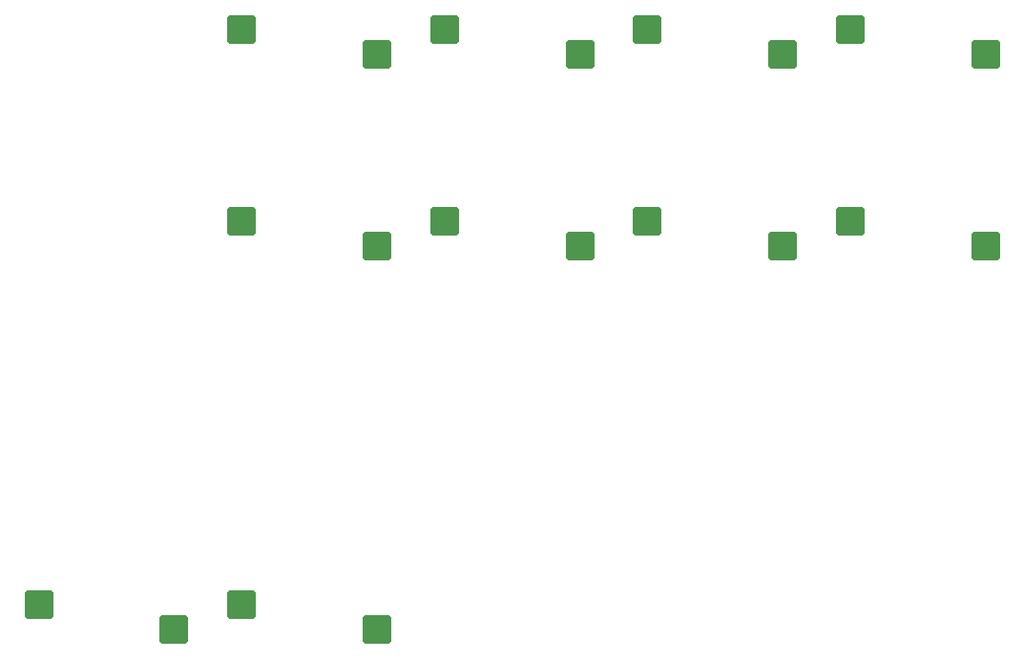
<source format=gbr>
%TF.GenerationSoftware,KiCad,Pcbnew,(6.0.9)*%
%TF.CreationDate,2022-12-21T17:39:27+05:00*%
%TF.ProjectId,vsrgkb-right,76737267-6b62-42d7-9269-6768742e6b69,rev?*%
%TF.SameCoordinates,Original*%
%TF.FileFunction,Paste,Bot*%
%TF.FilePolarity,Positive*%
%FSLAX46Y46*%
G04 Gerber Fmt 4.6, Leading zero omitted, Abs format (unit mm)*
G04 Created by KiCad (PCBNEW (6.0.9)) date 2022-12-21 17:39:27*
%MOMM*%
%LPD*%
G01*
G04 APERTURE LIST*
G04 Aperture macros list*
%AMRoundRect*
0 Rectangle with rounded corners*
0 $1 Rounding radius*
0 $2 $3 $4 $5 $6 $7 $8 $9 X,Y pos of 4 corners*
0 Add a 4 corners polygon primitive as box body*
4,1,4,$2,$3,$4,$5,$6,$7,$8,$9,$2,$3,0*
0 Add four circle primitives for the rounded corners*
1,1,$1+$1,$2,$3*
1,1,$1+$1,$4,$5*
1,1,$1+$1,$6,$7*
1,1,$1+$1,$8,$9*
0 Add four rect primitives between the rounded corners*
20,1,$1+$1,$2,$3,$4,$5,0*
20,1,$1+$1,$4,$5,$6,$7,0*
20,1,$1+$1,$6,$7,$8,$9,0*
20,1,$1+$1,$8,$9,$2,$3,0*%
G04 Aperture macros list end*
%ADD10RoundRect,0.250000X-1.025000X-1.000000X1.025000X-1.000000X1.025000X1.000000X-1.025000X1.000000X0*%
G04 APERTURE END LIST*
D10*
%TO.C,SW8*%
X120250000Y-66250000D03*
X132250000Y-68450000D03*
%TD*%
%TO.C,SW10*%
X96250000Y-102450000D03*
X84250000Y-100250000D03*
%TD*%
%TO.C,SW4*%
X138250000Y-49250000D03*
X150250000Y-51450000D03*
%TD*%
%TO.C,SW3*%
X120250000Y-49250000D03*
X132250000Y-51450000D03*
%TD*%
%TO.C,SW5*%
X66250000Y-100250000D03*
X78250000Y-102450000D03*
%TD*%
%TO.C,SW1*%
X84250000Y-49250000D03*
X96250000Y-51450000D03*
%TD*%
%TO.C,SW7*%
X102250000Y-66250000D03*
X114250000Y-68450000D03*
%TD*%
%TO.C,SW2*%
X102250000Y-49250000D03*
X114250000Y-51450000D03*
%TD*%
%TO.C,SW6*%
X84250000Y-66250000D03*
X96250000Y-68450000D03*
%TD*%
%TO.C,SW9*%
X138250000Y-66250000D03*
X150250000Y-68450000D03*
%TD*%
M02*

</source>
